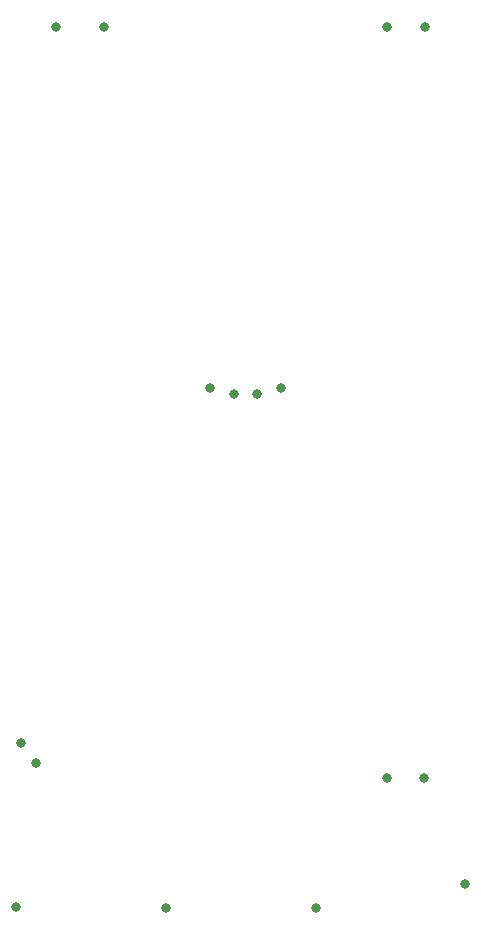
<source format=gbl>
G04 #@! TF.GenerationSoftware,KiCad,Pcbnew,(6.0.9)*
G04 #@! TF.CreationDate,2022-12-13T22:51:57+01:00*
G04 #@! TF.ProjectId,filter-face,66696c74-6572-42d6-9661-63652e6b6963,rev?*
G04 #@! TF.SameCoordinates,Original*
G04 #@! TF.FileFunction,Copper,L2,Bot*
G04 #@! TF.FilePolarity,Positive*
%FSLAX46Y46*%
G04 Gerber Fmt 4.6, Leading zero omitted, Abs format (unit mm)*
G04 Created by KiCad (PCBNEW (6.0.9)) date 2022-12-13 22:51:57*
%MOMM*%
%LPD*%
G01*
G04 APERTURE LIST*
G04 #@! TA.AperFunction,ViaPad*
%ADD10C,0.800000*%
G04 #@! TD*
G04 APERTURE END LIST*
D10*
X66200000Y-46400000D03*
X63000000Y-46400000D03*
X66100000Y-110000000D03*
X63000000Y-110000000D03*
X69600000Y-119000000D03*
X57000000Y-121000000D03*
X44300000Y-121000000D03*
X54000000Y-77000000D03*
X52000000Y-77500000D03*
X50000000Y-77500000D03*
X48000000Y-77000000D03*
X39000000Y-46400000D03*
X35000000Y-46400000D03*
X32000000Y-107000000D03*
X33300000Y-108700000D03*
X31600000Y-120900000D03*
M02*

</source>
